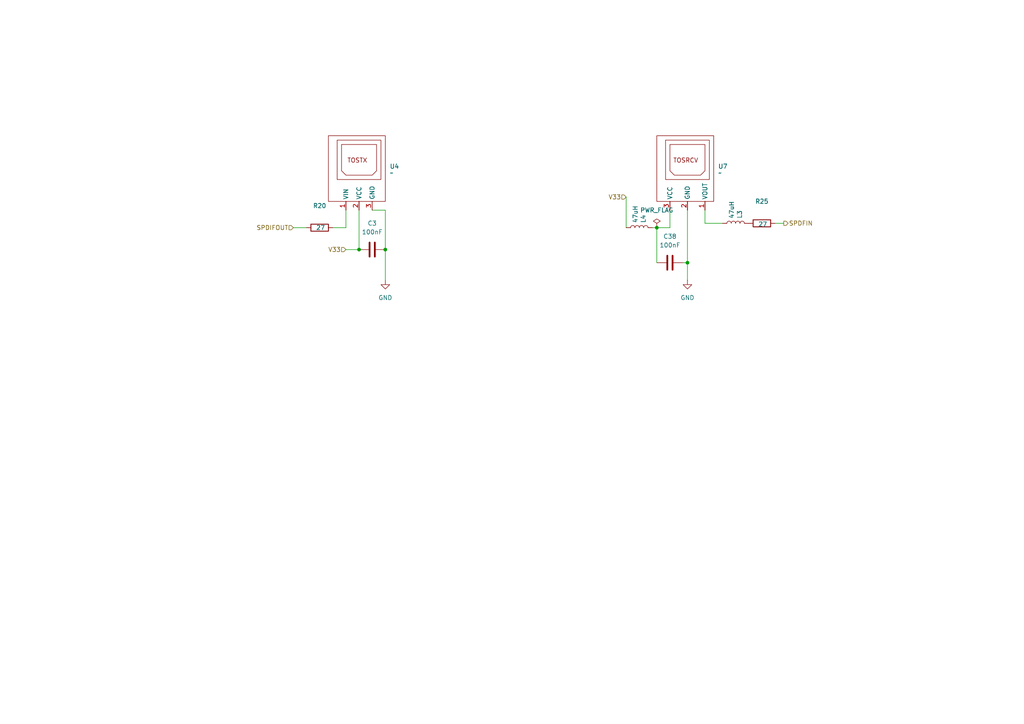
<source format=kicad_sch>
(kicad_sch (version 20231120) (generator "eeschema") (generator_version "8.0")
  (paper "A4")
  (lib_symbols
    (symbol "Device:C" (pin_numbers hide) (pin_names (offset 0.254))
      (property "Reference" "C" (at 0.635 2.54 0))
      (property "Value" "C" (at 0.635 -2.54 0))
      (symbol "C_0_1"
        (polyline (pts (xy -2.032 -0.762) (xy 2.032 -0.762)) (stroke (width 0.508)))
        (polyline (pts (xy -2.032 0.762) (xy 2.032 0.762)) (stroke (width 0.508)))
      )
      (symbol "C_1_1"
        (pin passive line (at 0 3.81 270) (length 2.794) (name "~") (number "1"))
        (pin passive line (at 0 -3.81 90) (length 2.794) (name "~") (number "2"))
      )
    )
    (symbol "Device:L" (pin_numbers hide) (pin_names (offset 1.016) hide)
      (property "Reference" "L" (at -1.27 0 90))
      (property "Value" "L" (at 1.905 0 90))
      (symbol "L_0_1"
        (arc (start 0 -2.54) (mid 0.6323 -1.905) (end 0 -1.27))
        (arc (start 0 -1.27) (mid 0.6323 -0.635) (end 0 0))
        (arc (start 0 0) (mid 0.6323 0.635) (end 0 1.27))
        (arc (start 0 1.27) (mid 0.6323 1.905) (end 0 2.54))
      )
      (symbol "L_1_1"
        (pin passive line (at 0 3.81 270) (length 1.27) (name "1") (number "1"))
        (pin passive line (at 0 -3.81 90) (length 1.27) (name "2") (number "2"))
      )
    )
    (symbol "Device:R" (pin_numbers hide) (pin_names (offset 0))
      (property "Reference" "R" (at 2.032 0 90))
      (property "Value" "R" (at 0 0 90))
      (symbol "R_0_1"
        (rectangle (start -1.016 -2.54) (end 1.016 2.54) (stroke (width 0.254)))
      )
      (symbol "R_1_1"
        (pin passive line (at 0 3.81 270) (length 1.27) (name "~") (number "1"))
        (pin passive line (at 0 -3.81 90) (length 1.27) (name "~") (number "2"))
      )
    )
    (symbol "GND_2" (power) (pin_numbers hide) (pin_names (offset 0) hide)
      (property "Value" "GND" (at 0 -3.81 0))
      (symbol "GND_2_0_1"
        (polyline (pts (xy 0 0) (xy 0 -1.27) (xy 1.27 -1.27) (xy 0 -2.54) (xy -1.27 -1.27) (xy 0 -1.27)))
      )
      (symbol "GND_2_1_1"
        (pin power_in line (at 0 0 270) (length 0) (name "~") (number "1"))
      )
    )
    (symbol "dsp3_parts:PLR135/T8"
      (property "Reference" "U" (at 7.112 3.302 0))
      (symbol "PLR135/T8_0_1"
        (rectangle (start -8.89 24.13) (end 7.62 5.08))
        (rectangle (start -6.35 22.86) (end 6.35 11.43))
        (polyline (pts (xy -5.08 21.59) (xy 5.08 21.59) (xy 5.08 13.97) (xy 3.81 12.7) (xy -3.81 12.7) (xy -5.08 13.97) (xy -5.08 21.59)))
      )
      (symbol "PLR135/T8_1_1"
        (text "TOSRCV" (at -0.508 17.018 0) (effects (font (size 1.27 1.27))))
        (pin output line (at 5.08 2.54 90) (length 2.54) (name "VOUT") (number "1"))
        (pin power_in line (at 0 2.54 90) (length 2.54) (name "GND") (number "2"))
        (pin power_in line (at -5.08 2.54 90) (length 2.54) (name "VCC") (number "3"))
      )
    )
    (symbol "dsp3_parts:PLT133"
      (property "Reference" "U" (at 7.112 3.81 0))
      (symbol "PLT133_0_1"
        (rectangle (start -8.89 24.13) (end 7.62 5.08))
        (rectangle (start -6.35 22.86) (end 6.35 11.43))
        (polyline (pts (xy -5.08 21.59) (xy 5.08 21.59) (xy 5.08 13.97) (xy 3.81 12.7) (xy -3.81 12.7) (xy -5.08 13.97) (xy -5.08 21.59)))
      )
      (symbol "PLT133_1_1"
        (text "TOSTX" (at -0.508 17.018 0) (effects (font (size 1.27 1.27))))
        (pin input line (at -3.81 2.54 90) (length 2.54) (name "VIN") (number "1"))
        (pin power_in line (at 0 2.54 90) (length 2.54) (name "VCC") (number "2"))
        (pin power_in line (at 3.81 2.54 90) (length 2.54) (name "GND") (number "3"))
      )
    )
    (symbol "power:GND" (power) (pin_numbers hide) (pin_names (offset 0) hide)
      (property "Value" "GND" (at 0 -3.81 0))
      (symbol "GND_0_1"
        (polyline (pts (xy 0 0) (xy 0 -1.27) (xy 1.27 -1.27) (xy 0 -2.54) (xy -1.27 -1.27) (xy 0 -1.27)))
      )
      (symbol "GND_1_1"
        (pin power_in line (at 0 0 270) (length 0) (name "~") (number "1"))
      )
    )
    (symbol "power:PWR_FLAG" (power) (pin_numbers hide) (pin_names (offset 0) hide)
      (property "Value" "PWR_FLAG" (at 0 3.81 0))
      (symbol "PWR_FLAG_0_0"
        (pin power_out line (at 0 0 90) (length 0) (name "~") (number "1"))
      )
      (symbol "PWR_FLAG_0_1"
        (polyline (pts (xy 0 0) (xy 0 1.27) (xy -1.016 1.905) (xy 0 2.54) (xy 1.016 1.905) (xy 0 1.27)))
      )
    )
  )
  (junction (at 190.5 66.04))
  (junction (at 111.76 72.39))
  (junction (at 199.39 76.2))
  (junction (at 104.14 72.39))
  (wire (pts (xy 209.55 64.77) (xy 204.47 64.77)))
  (wire (pts (xy 111.76 72.39) (xy 111.76 81.28)))
  (wire (pts (xy 107.95 60.96) (xy 111.76 60.96)))
  (wire (pts (xy 104.14 60.96) (xy 104.14 72.39)))
  (wire (pts (xy 194.31 66.04) (xy 190.5 66.04)))
  (wire (pts (xy 194.31 60.96) (xy 194.31 66.04)))
  (wire (pts (xy 190.5 66.04) (xy 190.5 76.2)))
  (wire (pts (xy 100.33 72.39) (xy 104.14 72.39)))
  (wire (pts (xy 100.33 60.96) (xy 100.33 66.04)))
  (wire (pts (xy 190.5 66.04) (xy 189.23 66.04)))
  (wire (pts (xy 96.52 66.04) (xy 100.33 66.04)))
  (wire (pts (xy 199.39 60.96) (xy 199.39 76.2)))
  (wire (pts (xy 111.76 60.96) (xy 111.76 72.39)))
  (wire (pts (xy 204.47 60.96) (xy 204.47 64.77)))
  (wire (pts (xy 198.12 76.2) (xy 199.39 76.2)))
  (wire (pts (xy 85.09 66.04) (xy 88.9 66.04)))
  (wire (pts (xy 199.39 76.2) (xy 199.39 81.28)))
  (wire (pts (xy 227.33 64.77) (xy 224.79 64.77)))
  (wire (pts (xy 181.61 66.04) (xy 181.61 57.15)))
  (hierarchical_label "V33" (shape input) (at 181.61 57.15 180))
  (hierarchical_label "SPDIFOUT" (shape input) (at 85.09 66.04 180))
  (hierarchical_label "SPDFIN" (shape output) (at 227.33 64.77 0))
  (hierarchical_label "V33" (shape input) (at 100.33 72.39 180))
  (symbol (lib_id "Device:L") (at 185.42 66.04 270) (mirror x) (unit 1)
    (property "Reference" "L4" (at 186.5884 64.6938 0) (effects (justify left)))
    (property "Value" "47uH" (at 184.277 64.6938 0) (effects (justify left)))
    (property "Footprint" "Inductor_SMD:L_0603_1608Metric" (effects (hide yes)))
  )
  (symbol (lib_id "dsp3_parts:PLT133") (at 104.14 63.5 0) (unit 1)
    (property "Reference" "U4" (at 113.03 48.2599 0) (effects (justify left)))
    (property "Value" "~" (at 113.03 50.165 0) (effects (justify left)))
    (property "Footprint" "dsp3_footprints:PLT133-T10" (effects (hide yes)))
  )
  (symbol (lib_id "dsp3_parts:PLR135/T8") (at 199.39 63.5 0) (unit 1)
    (property "Reference" "U7" (at 208.28 48.2599 0) (effects (justify left)))
    (property "Value" "~" (at 208.28 50.165 0) (effects (justify left)))
    (property "Footprint" "dsp3_footprints:PLR135-T8" (effects (hide yes)))
  )
  (symbol (lib_id "power:PWR_FLAG") (at 190.5 66.04 0) (mirror y) (unit 1)
    (property "Reference" "#FLG03" (effects (hide yes)))
    (property "Value" "PWR_FLAG" (at 190.5 60.96 0))
    (property "Description" "Special symbol for telling ERC where power comes from" (effects (hide yes)))
  )
  (symbol (lib_name "GND_2") (lib_id "power:GND") (at 111.76 81.28 0) (unit 1)
    (property "Reference" "#PWR05" (effects (hide yes)))
    (property "Value" "GND" (at 111.76 86.36 0))
    (property "Description" "Power symbol creates a global label with name \"GND\" , ground" (effects (hide yes)))
  )
  (symbol (lib_id "power:GND") (at 199.39 81.28 0) (mirror y) (unit 1)
    (property "Reference" "#PWR014" (effects (hide yes)))
    (property "Value" "GND" (at 199.39 86.36 0))
    (property "Description" "Power symbol creates a global label with name \"GND\" , ground" (effects (hide yes)))
  )
  (symbol (lib_id "Device:R") (at 220.98 64.77 270) (mirror x) (unit 1)
    (property "Reference" "R25" (at 220.98 58.42 90))
    (property "Value" "27" (at 221.234 65.024 90))
    (property "Footprint" "Resistor_SMD:R_0603_1608Metric" (effects (hide yes)))
    (property "Description" "Resistor" (effects (hide yes)))
  )
  (symbol (lib_id "Device:R") (at 92.71 66.04 90) (unit 1)
    (property "Reference" "R20" (at 92.71 59.69 90))
    (property "Value" "27" (at 92.964 66.04 90))
    (property "Footprint" "Resistor_SMD:R_0603_1608Metric" (effects (hide yes)))
    (property "Description" "Resistor" (effects (hide yes)))
  )
  (symbol (lib_id "Device:L") (at 213.36 64.77 270) (mirror x) (unit 1)
    (property "Reference" "L3" (at 214.5284 63.4238 0) (effects (justify left)))
    (property "Value" "47uH" (at 212.217 63.4238 0) (effects (justify left)))
    (property "Footprint" "Inductor_SMD:L_0603_1608Metric" (effects (hide yes)))
  )
  (symbol (lib_id "Device:C") (at 107.95 72.39 90) (unit 1)
    (property "Reference" "C3" (at 107.95 64.77 90))
    (property "Value" "100nF" (at 107.95 67.31 90))
    (property "Footprint" "Capacitor_SMD:C_0603_1608Metric" (effects (hide yes)))
    (property "Description" "Unpolarized capacitor" (effects (hide yes)))
  )
  (symbol (lib_id "Device:C") (at 194.31 76.2 270) (mirror x) (unit 1)
    (property "Reference" "C38" (at 194.31 68.58 90))
    (property "Value" "100nF" (at 194.31 71.12 90))
    (property "Footprint" "Capacitor_SMD:C_0603_1608Metric" (effects (hide yes)))
    (property "Description" "Unpolarized capacitor" (effects (hide yes)))
  )
)
</source>
